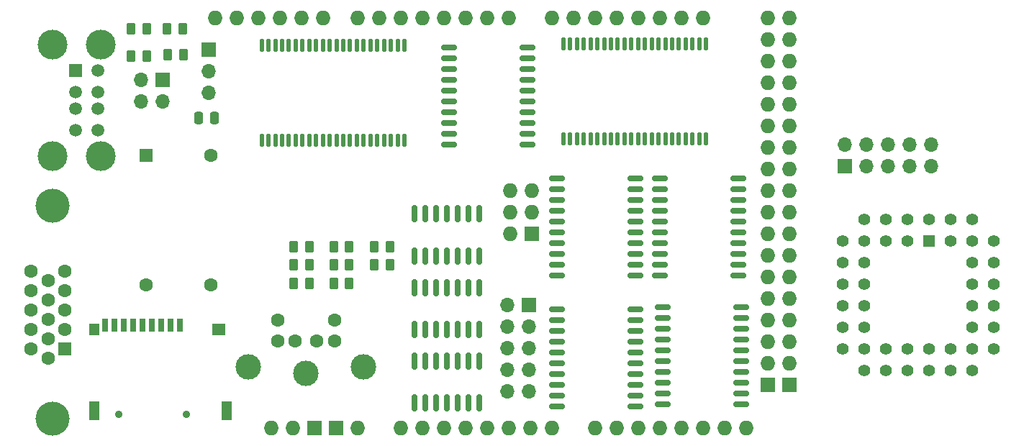
<source format=gbr>
%TF.GenerationSoftware,KiCad,Pcbnew,8.0.8+dfsg-1*%
%TF.CreationDate,2025-07-24T04:48:21-04:00*%
%TF.ProjectId,VGA_SRAM_SHUIELD_DOUBLE_BUFFER,5647415f-5352-4414-9d5f-53485549454c,rev?*%
%TF.SameCoordinates,Original*%
%TF.FileFunction,Soldermask,Top*%
%TF.FilePolarity,Negative*%
%FSLAX46Y46*%
G04 Gerber Fmt 4.6, Leading zero omitted, Abs format (unit mm)*
G04 Created by KiCad (PCBNEW 8.0.8+dfsg-1) date 2025-07-24 04:48:21*
%MOMM*%
%LPD*%
G01*
G04 APERTURE LIST*
G04 Aperture macros list*
%AMRoundRect*
0 Rectangle with rounded corners*
0 $1 Rounding radius*
0 $2 $3 $4 $5 $6 $7 $8 $9 X,Y pos of 4 corners*
0 Add a 4 corners polygon primitive as box body*
4,1,4,$2,$3,$4,$5,$6,$7,$8,$9,$2,$3,0*
0 Add four circle primitives for the rounded corners*
1,1,$1+$1,$2,$3*
1,1,$1+$1,$4,$5*
1,1,$1+$1,$6,$7*
1,1,$1+$1,$8,$9*
0 Add four rect primitives between the rounded corners*
20,1,$1+$1,$2,$3,$4,$5,0*
20,1,$1+$1,$4,$5,$6,$7,0*
20,1,$1+$1,$6,$7,$8,$9,0*
20,1,$1+$1,$8,$9,$2,$3,0*%
G04 Aperture macros list end*
%ADD10RoundRect,0.150000X0.150000X-0.825000X0.150000X0.825000X-0.150000X0.825000X-0.150000X-0.825000X0*%
%ADD11RoundRect,0.150000X-0.800000X-0.150000X0.800000X-0.150000X0.800000X0.150000X-0.800000X0.150000X0*%
%ADD12R,1.700000X1.700000*%
%ADD13O,1.700000X1.700000*%
%ADD14R,1.500000X1.500000*%
%ADD15C,1.500000*%
%ADD16C,3.500000*%
%ADD17C,4.000000*%
%ADD18R,1.600000X1.600000*%
%ADD19C,1.600000*%
%ADD20RoundRect,0.250000X-0.262500X-0.450000X0.262500X-0.450000X0.262500X0.450000X-0.262500X0.450000X0*%
%ADD21R,1.422400X1.422400*%
%ADD22C,1.422400*%
%ADD23C,2.990000*%
%ADD24RoundRect,0.137500X0.137500X-0.625000X0.137500X0.625000X-0.137500X0.625000X-0.137500X-0.625000X0*%
%ADD25RoundRect,0.250000X0.250000X0.475000X-0.250000X0.475000X-0.250000X-0.475000X0.250000X-0.475000X0*%
%ADD26C,0.900000*%
%ADD27R,0.700000X1.600000*%
%ADD28R,1.200000X2.200000*%
%ADD29R,1.600000X1.400000*%
%ADD30R,1.200000X1.400000*%
%ADD31O,1.727200X1.727200*%
%ADD32R,1.727200X1.727200*%
G04 APERTURE END LIST*
D10*
%TO.C,U13*%
X80000000Y-161750000D03*
X81270000Y-161750000D03*
X82540000Y-161750000D03*
X83810000Y-161750000D03*
X85080000Y-161750000D03*
X86350000Y-161750000D03*
X87620000Y-161750000D03*
X87620000Y-156800000D03*
X86350000Y-156800000D03*
X85080000Y-156800000D03*
X83810000Y-156800000D03*
X82540000Y-156800000D03*
X81270000Y-156800000D03*
X80000000Y-156800000D03*
%TD*%
D11*
%TO.C,U11*%
X84100000Y-137210000D03*
X84100000Y-138480000D03*
X84100000Y-139750000D03*
X84100000Y-141020000D03*
X84100000Y-142290000D03*
X84100000Y-143560000D03*
X84100000Y-144830000D03*
X84100000Y-146100000D03*
X84100000Y-147370000D03*
X84100000Y-148640000D03*
X93300000Y-148640000D03*
X93300000Y-147370000D03*
X93300000Y-146100000D03*
X93300000Y-144830000D03*
X93300000Y-143560000D03*
X93300000Y-142290000D03*
X93300000Y-141020000D03*
X93300000Y-139750000D03*
X93300000Y-138480000D03*
X93300000Y-137210000D03*
%TD*%
D12*
%TO.C,J8*%
X55800000Y-137475000D03*
D13*
X55800000Y-140015000D03*
X55800000Y-142555000D03*
%TD*%
D14*
%TO.C,J1*%
X40152300Y-139940000D03*
D15*
X40152300Y-142440000D03*
X40152300Y-144440000D03*
X40152300Y-146940000D03*
X42772300Y-139940000D03*
X42772300Y-142440000D03*
X42772300Y-144440000D03*
X42772300Y-146940000D03*
D16*
X37442300Y-136870000D03*
X37442300Y-150010000D03*
X43122300Y-136870000D03*
X43122300Y-150010000D03*
%TD*%
D17*
%TO.C,J7*%
X37470000Y-155875000D03*
X37470000Y-180875000D03*
D18*
X38890000Y-172690000D03*
D19*
X38890000Y-170400000D03*
X38890000Y-168110000D03*
X38890000Y-165820000D03*
X38890000Y-163530000D03*
X36910000Y-173835000D03*
X36910000Y-171545000D03*
X36910000Y-169255000D03*
X36910000Y-166965000D03*
X36910000Y-164675000D03*
X34930000Y-172690000D03*
X34930000Y-170400000D03*
X34930000Y-168110000D03*
X34930000Y-165820000D03*
X34930000Y-163530000D03*
%TD*%
D10*
%TO.C,U12*%
X80000000Y-170420000D03*
X81270000Y-170420000D03*
X82540000Y-170420000D03*
X83810000Y-170420000D03*
X85080000Y-170420000D03*
X86350000Y-170420000D03*
X87620000Y-170420000D03*
X87620000Y-165470000D03*
X86350000Y-165470000D03*
X85080000Y-165470000D03*
X83810000Y-165470000D03*
X82540000Y-165470000D03*
X81270000Y-165470000D03*
X80000000Y-165470000D03*
%TD*%
D11*
%TO.C,U7*%
X106000000Y-168035000D03*
X106000000Y-169305000D03*
X106000000Y-170575000D03*
X106000000Y-171845000D03*
X106000000Y-173115000D03*
X106000000Y-174385000D03*
X106000000Y-175655000D03*
X106000000Y-176925000D03*
X106000000Y-178195000D03*
X106000000Y-179465000D03*
X96800000Y-179465000D03*
X96800000Y-178195000D03*
X96800000Y-176925000D03*
X96800000Y-175655000D03*
X96800000Y-174385000D03*
X96800000Y-173115000D03*
X96800000Y-171845000D03*
X96800000Y-170575000D03*
X96800000Y-169305000D03*
X96800000Y-168035000D03*
%TD*%
D20*
%TO.C,R3*%
X65825000Y-164980000D03*
X67650000Y-164980000D03*
%TD*%
D21*
%TO.C,U4*%
X140560000Y-160000000D03*
D22*
X138020000Y-157460000D03*
X138020000Y-160000000D03*
X135480000Y-157460000D03*
X135480000Y-160000000D03*
X132940000Y-157460000D03*
X130400000Y-160000000D03*
X132940000Y-160000000D03*
X130400000Y-162540000D03*
X132940000Y-162540000D03*
X130400000Y-165080000D03*
X132940000Y-165080000D03*
X130400000Y-167620000D03*
X132940000Y-167620000D03*
X130400000Y-170160000D03*
X132940000Y-170160000D03*
X130400000Y-172700000D03*
X132940000Y-175240000D03*
X132940000Y-172700000D03*
X135480000Y-175240000D03*
X135480000Y-172700000D03*
X138020000Y-175240000D03*
X138020000Y-172700000D03*
X140560000Y-175240000D03*
X140560000Y-172700000D03*
X143100000Y-175240000D03*
X143100000Y-172700000D03*
X145640000Y-175240000D03*
X148180000Y-172700000D03*
X145640000Y-172700000D03*
X148180000Y-170160000D03*
X145640000Y-170160000D03*
X148180000Y-167620000D03*
X145640000Y-167620000D03*
X148180000Y-165080000D03*
X145640000Y-165080000D03*
X148180000Y-162540000D03*
X145640000Y-162540000D03*
X148180000Y-160000000D03*
X145640000Y-157460000D03*
X145640000Y-160000000D03*
X143100000Y-157460000D03*
X143100000Y-160000000D03*
X140560000Y-157460000D03*
%TD*%
D11*
%TO.C,U14*%
X96800000Y-152670000D03*
X96800000Y-153940000D03*
X96800000Y-155210000D03*
X96800000Y-156480000D03*
X96800000Y-157750000D03*
X96800000Y-159020000D03*
X96800000Y-160290000D03*
X96800000Y-161560000D03*
X96800000Y-162830000D03*
X96800000Y-164100000D03*
X106000000Y-164100000D03*
X106000000Y-162830000D03*
X106000000Y-161560000D03*
X106000000Y-160290000D03*
X106000000Y-159020000D03*
X106000000Y-157750000D03*
X106000000Y-156480000D03*
X106000000Y-155210000D03*
X106000000Y-153940000D03*
X106000000Y-152670000D03*
%TD*%
D19*
%TO.C,J3*%
X65950000Y-171800000D03*
X68550000Y-171800000D03*
X63900000Y-171800000D03*
X70600000Y-171800000D03*
X63900000Y-169310000D03*
X70600000Y-169310000D03*
D23*
X74010000Y-174800000D03*
X67250000Y-175610000D03*
X60490000Y-174800000D03*
%TD*%
D20*
%TO.C,R2*%
X51000000Y-138100000D03*
X52825000Y-138100000D03*
%TD*%
D18*
%TO.C,X1*%
X48490000Y-149880000D03*
D19*
X48490000Y-165120000D03*
X56110000Y-165120000D03*
X56110000Y-149880000D03*
%TD*%
D20*
%TO.C,R9*%
X70525000Y-160670000D03*
X72350000Y-160670000D03*
%TD*%
D24*
%TO.C,U20*%
X97540000Y-147985000D03*
X98340000Y-147985000D03*
X99140000Y-147985000D03*
X99940000Y-147985000D03*
X100740000Y-147985000D03*
X101540000Y-147985000D03*
X102340000Y-147985000D03*
X103140000Y-147985000D03*
X103940000Y-147985000D03*
X104740000Y-147985000D03*
X105540000Y-147985000D03*
X106340000Y-147985000D03*
X107140000Y-147985000D03*
X107940000Y-147985000D03*
X108740000Y-147985000D03*
X109540000Y-147985000D03*
X110340000Y-147985000D03*
X111140000Y-147985000D03*
X111940000Y-147985000D03*
X112740000Y-147985000D03*
X113540000Y-147985000D03*
X114340000Y-147985000D03*
X114340000Y-136810000D03*
X113540000Y-136810000D03*
X112740000Y-136810000D03*
X111940000Y-136810000D03*
X111140000Y-136810000D03*
X110340000Y-136810000D03*
X109540000Y-136810000D03*
X108740000Y-136810000D03*
X107940000Y-136810000D03*
X107140000Y-136810000D03*
X106340000Y-136810000D03*
X105540000Y-136810000D03*
X104740000Y-136810000D03*
X103940000Y-136810000D03*
X103140000Y-136810000D03*
X102340000Y-136810000D03*
X101540000Y-136810000D03*
X100740000Y-136810000D03*
X99940000Y-136810000D03*
X99140000Y-136810000D03*
X98340000Y-136810000D03*
X97540000Y-136810000D03*
%TD*%
D20*
%TO.C,R7*%
X75325000Y-162820000D03*
X77150000Y-162820000D03*
%TD*%
D24*
%TO.C,U19*%
X62050000Y-148175000D03*
X62850000Y-148175000D03*
X63650000Y-148175000D03*
X64450000Y-148175000D03*
X65250000Y-148175000D03*
X66050000Y-148175000D03*
X66850000Y-148175000D03*
X67650000Y-148175000D03*
X68450000Y-148175000D03*
X69250000Y-148175000D03*
X70050000Y-148175000D03*
X70850000Y-148175000D03*
X71650000Y-148175000D03*
X72450000Y-148175000D03*
X73250000Y-148175000D03*
X74050000Y-148175000D03*
X74850000Y-148175000D03*
X75650000Y-148175000D03*
X76450000Y-148175000D03*
X77250000Y-148175000D03*
X78050000Y-148175000D03*
X78850000Y-148175000D03*
X78850000Y-137000000D03*
X78050000Y-137000000D03*
X77250000Y-137000000D03*
X76450000Y-137000000D03*
X75650000Y-137000000D03*
X74850000Y-137000000D03*
X74050000Y-137000000D03*
X73250000Y-137000000D03*
X72450000Y-137000000D03*
X71650000Y-137000000D03*
X70850000Y-137000000D03*
X70050000Y-137000000D03*
X69250000Y-137000000D03*
X68450000Y-137000000D03*
X67650000Y-137000000D03*
X66850000Y-137000000D03*
X66050000Y-137000000D03*
X65250000Y-137000000D03*
X64450000Y-137000000D03*
X63650000Y-137000000D03*
X62850000Y-137000000D03*
X62050000Y-137000000D03*
%TD*%
D20*
%TO.C,R1*%
X46675000Y-138200000D03*
X48500000Y-138200000D03*
%TD*%
%TO.C,R8*%
X65825000Y-160680000D03*
X67650000Y-160680000D03*
%TD*%
%TO.C,R10*%
X75325000Y-160670000D03*
X77150000Y-160670000D03*
%TD*%
D25*
%TO.C,C1*%
X56500000Y-145500000D03*
X54600000Y-145500000D03*
%TD*%
D20*
%TO.C,R20*%
X50925000Y-135000000D03*
X52750000Y-135000000D03*
%TD*%
D12*
%TO.C,J2*%
X93500000Y-167500000D03*
D13*
X90960000Y-167500000D03*
X93500000Y-170040000D03*
X90960000Y-170040000D03*
X93500000Y-172580000D03*
X90960000Y-172580000D03*
X93500000Y-175120000D03*
X90960000Y-175120000D03*
X93500000Y-177660000D03*
X90960000Y-177660000D03*
%TD*%
D20*
%TO.C,R4*%
X70525000Y-164970000D03*
X72350000Y-164970000D03*
%TD*%
%TO.C,R19*%
X46675000Y-135000000D03*
X48500000Y-135000000D03*
%TD*%
D12*
%TO.C,J4*%
X50400000Y-141020000D03*
D13*
X47860000Y-141020000D03*
X50400000Y-143560000D03*
X47860000Y-143560000D03*
%TD*%
D10*
%TO.C,U8*%
X80000000Y-179060000D03*
X81270000Y-179060000D03*
X82540000Y-179060000D03*
X83810000Y-179060000D03*
X85080000Y-179060000D03*
X86350000Y-179060000D03*
X87620000Y-179060000D03*
X87620000Y-174110000D03*
X86350000Y-174110000D03*
X85080000Y-174110000D03*
X83810000Y-174110000D03*
X82540000Y-174110000D03*
X81270000Y-174110000D03*
X80000000Y-174110000D03*
%TD*%
D20*
%TO.C,R5*%
X65825000Y-162830000D03*
X67650000Y-162830000D03*
%TD*%
D11*
%TO.C,U15*%
X108890000Y-152625000D03*
X108890000Y-153895000D03*
X108890000Y-155165000D03*
X108890000Y-156435000D03*
X108890000Y-157705000D03*
X108890000Y-158975000D03*
X108890000Y-160245000D03*
X108890000Y-161515000D03*
X108890000Y-162785000D03*
X108890000Y-164055000D03*
X118090000Y-164055000D03*
X118090000Y-162785000D03*
X118090000Y-161515000D03*
X118090000Y-160245000D03*
X118090000Y-158975000D03*
X118090000Y-157705000D03*
X118090000Y-156435000D03*
X118090000Y-155165000D03*
X118090000Y-153895000D03*
X118090000Y-152625000D03*
%TD*%
D26*
%TO.C,J6*%
X53190032Y-180372545D03*
X45190032Y-180372545D03*
D27*
X52390032Y-169872545D03*
X51290032Y-169872545D03*
X50190032Y-169872545D03*
X49090032Y-169872545D03*
X47990032Y-169872545D03*
X46890032Y-169872545D03*
X45790032Y-169872545D03*
X44690032Y-169872545D03*
X43590032Y-169872545D03*
D28*
X57890032Y-179972545D03*
D29*
X56990032Y-170372545D03*
D28*
X42390032Y-179972545D03*
D30*
X42390032Y-170372545D03*
%TD*%
D20*
%TO.C,R6*%
X70525000Y-162820000D03*
X72350000Y-162820000D03*
%TD*%
D11*
%TO.C,U3*%
X118430000Y-167820000D03*
X118430000Y-169090000D03*
X118430000Y-170360000D03*
X118430000Y-171630000D03*
X118430000Y-172900000D03*
X118430000Y-174170000D03*
X118430000Y-175440000D03*
X118430000Y-176710000D03*
X118430000Y-177980000D03*
X118430000Y-179250000D03*
X109230000Y-179250000D03*
X109230000Y-177980000D03*
X109230000Y-176710000D03*
X109230000Y-175440000D03*
X109230000Y-174170000D03*
X109230000Y-172900000D03*
X109230000Y-171630000D03*
X109230000Y-170360000D03*
X109230000Y-169090000D03*
X109230000Y-167820000D03*
%TD*%
D12*
%TO.C,J5*%
X130660000Y-151200000D03*
D13*
X130660000Y-148660000D03*
X133200000Y-151200000D03*
X133200000Y-148660000D03*
X135740000Y-151200000D03*
X135740000Y-148660000D03*
X138280000Y-151200000D03*
X138280000Y-148660000D03*
X140820000Y-151200000D03*
X140820000Y-148660000D03*
%TD*%
D31*
%TO.C,A1*%
X63195200Y-181991000D03*
X65735200Y-181991000D03*
X93802200Y-154051000D03*
X121615200Y-133731000D03*
X124155200Y-133731000D03*
X78435200Y-181991000D03*
X80975200Y-181991000D03*
X83515200Y-181991000D03*
X86055200Y-181991000D03*
X88595200Y-181991000D03*
X91135200Y-181991000D03*
X93675200Y-181991000D03*
X96215200Y-181991000D03*
X101295200Y-181991000D03*
X103835200Y-181991000D03*
X106375200Y-181991000D03*
X108915200Y-181991000D03*
X116535200Y-181991000D03*
X119075200Y-181991000D03*
X91135200Y-133731000D03*
X88595200Y-133731000D03*
X86055200Y-133731000D03*
X83515200Y-133731000D03*
X80975200Y-133731000D03*
X78435200Y-133731000D03*
X75895200Y-133731000D03*
X73355200Y-133731000D03*
X69291200Y-133731000D03*
X66751200Y-133731000D03*
X64211200Y-133731000D03*
X61671200Y-133731000D03*
X59131200Y-133731000D03*
X56591200Y-133731000D03*
X96215200Y-133731000D03*
X98755200Y-133731000D03*
X101295200Y-133731000D03*
X103835200Y-133731000D03*
X106375200Y-133731000D03*
X108915200Y-133731000D03*
X111455200Y-133731000D03*
X113995200Y-133731000D03*
X121615200Y-136271000D03*
X124155200Y-136271000D03*
X121615200Y-138811000D03*
X124155200Y-138811000D03*
X121615200Y-141351000D03*
X124155200Y-141351000D03*
X121615200Y-143891000D03*
X124155200Y-143891000D03*
X121615200Y-146431000D03*
X124155200Y-146431000D03*
X121615200Y-148971000D03*
X124155200Y-148971000D03*
X121615200Y-151511000D03*
X124155200Y-151511000D03*
X121615200Y-154051000D03*
X124155200Y-154051000D03*
X121615200Y-156591000D03*
X124155200Y-156591000D03*
X121615200Y-159131000D03*
X124155200Y-159131000D03*
X121615200Y-161671000D03*
X124155200Y-161671000D03*
X121615200Y-164211000D03*
X124155200Y-164211000D03*
X121615200Y-166751000D03*
X124155200Y-166751000D03*
X121615200Y-169291000D03*
X124155200Y-169291000D03*
X121615200Y-171831000D03*
X124155200Y-171831000D03*
X121615200Y-174371000D03*
X124155200Y-174371000D03*
X111455200Y-181991000D03*
X113995200Y-181991000D03*
D32*
X68275200Y-181991000D03*
X70815200Y-181991000D03*
X93802200Y-159131000D03*
X121615200Y-176911000D03*
X124155200Y-176911000D03*
D31*
X91262200Y-154051000D03*
X93802200Y-156591000D03*
X91262200Y-159131000D03*
X91262200Y-156591000D03*
X73355200Y-181991000D03*
%TD*%
M02*

</source>
